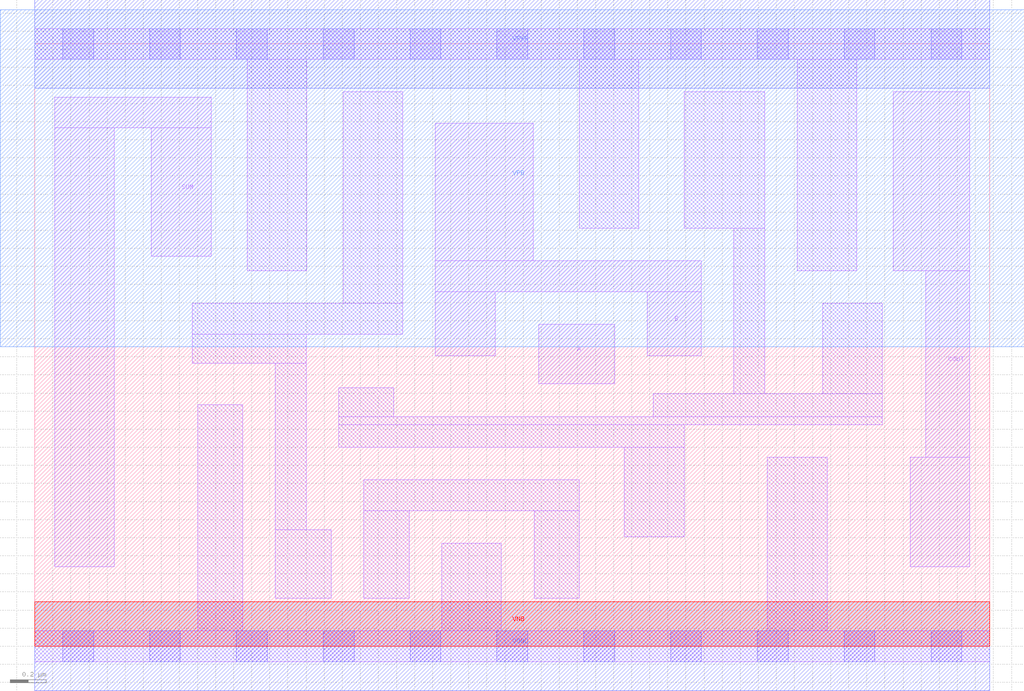
<source format=lef>
# Copyright 2020 The SkyWater PDK Authors
#
# Licensed under the Apache License, Version 2.0 (the "License");
# you may not use this file except in compliance with the License.
# You may obtain a copy of the License at
#
#     https://www.apache.org/licenses/LICENSE-2.0
#
# Unless required by applicable law or agreed to in writing, software
# distributed under the License is distributed on an "AS IS" BASIS,
# WITHOUT WARRANTIES OR CONDITIONS OF ANY KIND, either express or implied.
# See the License for the specific language governing permissions and
# limitations under the License.
#
# SPDX-License-Identifier: Apache-2.0

VERSION 5.7 ;
  NOWIREEXTENSIONATPIN ON ;
  DIVIDERCHAR "/" ;
  BUSBITCHARS "[]" ;
MACRO sky130_fd_sc_lp__ha_lp
  CLASS CORE ;
  FOREIGN sky130_fd_sc_lp__ha_lp ;
  ORIGIN  0.000000  0.000000 ;
  SIZE  5.280000 BY  3.330000 ;
  SYMMETRY X Y R90 ;
  SITE unit ;
  PIN A
    ANTENNAGATEAREA  0.626000 ;
    DIRECTION INPUT ;
    USE SIGNAL ;
    PORT
      LAYER li1 ;
        RECT 2.785000 1.450000 3.205000 1.780000 ;
    END
  END A
  PIN B
    ANTENNAGATEAREA  0.626000 ;
    DIRECTION INPUT ;
    USE SIGNAL ;
    PORT
      LAYER li1 ;
        RECT 2.215000 1.605000 2.545000 1.960000 ;
        RECT 2.215000 1.960000 3.685000 2.130000 ;
        RECT 2.215000 2.130000 2.755000 2.890000 ;
        RECT 3.385000 1.605000 3.685000 1.960000 ;
    END
  END B
  PIN COUT
    ANTENNADIFFAREA  0.402600 ;
    DIRECTION OUTPUT ;
    USE SIGNAL ;
    PORT
      LAYER li1 ;
        RECT 4.745000 2.075000 5.170000 3.065000 ;
        RECT 4.840000 0.440000 5.170000 1.045000 ;
        RECT 4.925000 1.045000 5.170000 2.075000 ;
    END
  END COUT
  PIN SUM
    ANTENNADIFFAREA  0.402600 ;
    DIRECTION OUTPUT ;
    USE SIGNAL ;
    PORT
      LAYER li1 ;
        RECT 0.110000 0.440000 0.440000 2.865000 ;
        RECT 0.110000 2.865000 0.975000 3.035000 ;
        RECT 0.645000 2.155000 0.975000 2.865000 ;
    END
  END SUM
  PIN VGND
    DIRECTION INOUT ;
    USE GROUND ;
    PORT
      LAYER met1 ;
        RECT 0.000000 -0.245000 5.280000 0.245000 ;
    END
  END VGND
  PIN VNB
    DIRECTION INOUT ;
    USE GROUND ;
    PORT
      LAYER pwell ;
        RECT 0.000000 0.000000 5.280000 0.245000 ;
    END
  END VNB
  PIN VPB
    DIRECTION INOUT ;
    USE POWER ;
    PORT
      LAYER nwell ;
        RECT -0.190000 1.655000 5.470000 3.520000 ;
    END
  END VPB
  PIN VPWR
    DIRECTION INOUT ;
    USE POWER ;
    PORT
      LAYER met1 ;
        RECT 0.000000 3.085000 5.280000 3.575000 ;
    END
  END VPWR
  OBS
    LAYER li1 ;
      RECT 0.000000 -0.085000 5.280000 0.085000 ;
      RECT 0.000000  3.245000 5.280000 3.415000 ;
      RECT 0.870000  1.565000 1.500000 1.725000 ;
      RECT 0.870000  1.725000 2.035000 1.895000 ;
      RECT 0.900000  0.085000 1.150000 1.335000 ;
      RECT 1.175000  2.075000 1.505000 3.245000 ;
      RECT 1.330000  0.265000 1.640000 0.645000 ;
      RECT 1.330000  0.645000 1.500000 1.565000 ;
      RECT 1.680000  1.100000 3.590000 1.225000 ;
      RECT 1.680000  1.225000 4.685000 1.270000 ;
      RECT 1.680000  1.270000 1.985000 1.430000 ;
      RECT 1.705000  1.895000 2.035000 3.065000 ;
      RECT 1.820000  0.265000 2.070000 0.750000 ;
      RECT 1.820000  0.750000 3.010000 0.920000 ;
      RECT 2.250000  0.085000 2.580000 0.570000 ;
      RECT 2.760000  0.265000 3.010000 0.750000 ;
      RECT 3.010000  2.310000 3.340000 3.245000 ;
      RECT 3.260000  0.605000 3.590000 1.100000 ;
      RECT 3.420000  1.270000 4.685000 1.395000 ;
      RECT 3.590000  2.310000 4.035000 3.065000 ;
      RECT 3.865000  1.395000 4.035000 2.310000 ;
      RECT 4.050000  0.085000 4.380000 1.045000 ;
      RECT 4.215000  2.075000 4.545000 3.245000 ;
      RECT 4.355000  1.395000 4.685000 1.895000 ;
    LAYER mcon ;
      RECT 0.155000 -0.085000 0.325000 0.085000 ;
      RECT 0.155000  3.245000 0.325000 3.415000 ;
      RECT 0.635000 -0.085000 0.805000 0.085000 ;
      RECT 0.635000  3.245000 0.805000 3.415000 ;
      RECT 1.115000 -0.085000 1.285000 0.085000 ;
      RECT 1.115000  3.245000 1.285000 3.415000 ;
      RECT 1.595000 -0.085000 1.765000 0.085000 ;
      RECT 1.595000  3.245000 1.765000 3.415000 ;
      RECT 2.075000 -0.085000 2.245000 0.085000 ;
      RECT 2.075000  3.245000 2.245000 3.415000 ;
      RECT 2.555000 -0.085000 2.725000 0.085000 ;
      RECT 2.555000  3.245000 2.725000 3.415000 ;
      RECT 3.035000 -0.085000 3.205000 0.085000 ;
      RECT 3.035000  3.245000 3.205000 3.415000 ;
      RECT 3.515000 -0.085000 3.685000 0.085000 ;
      RECT 3.515000  3.245000 3.685000 3.415000 ;
      RECT 3.995000 -0.085000 4.165000 0.085000 ;
      RECT 3.995000  3.245000 4.165000 3.415000 ;
      RECT 4.475000 -0.085000 4.645000 0.085000 ;
      RECT 4.475000  3.245000 4.645000 3.415000 ;
      RECT 4.955000 -0.085000 5.125000 0.085000 ;
      RECT 4.955000  3.245000 5.125000 3.415000 ;
  END
END sky130_fd_sc_lp__ha_lp
END LIBRARY

</source>
